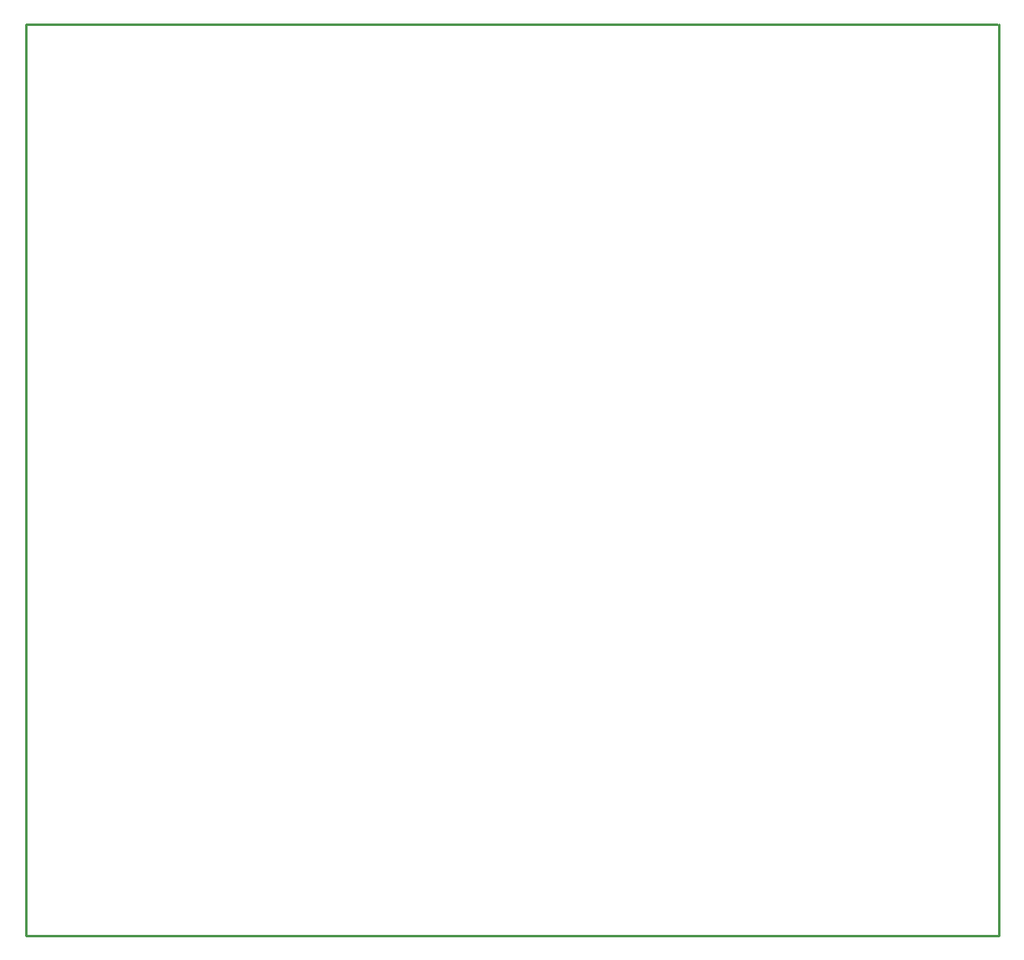
<source format=gko>
G04 Layer: BoardOutlineLayer*
G04 EasyEDA v6.5.51, 2025-11-06 08:27:50*
G04 27a844e1b91c41148074433a3f3d6619,0b2f8be7abf649b19ad213f5e26a3a38,10*
G04 Gerber Generator version 0.2*
G04 Scale: 100 percent, Rotated: No, Reflected: No *
G04 Dimensions in inches *
G04 leading zeros omitted , absolute positions ,3 integer and 6 decimal *
%FSLAX36Y36*%
%MOIN*%

%ADD10C,0.0100*%
%ADD11C,0.0183*%
D10*
X4224926Y7356617D02*
G01*
X4224926Y3605819D01*
X4224727Y3606017D02*
G01*
X224724Y3606017D01*
X237424Y7356617D02*
G01*
X228125Y7356617D01*
X4218824Y7356617D01*
X227224Y3606817D02*
G01*
X224616Y7356815D01*

%LPD*%
M02*

</source>
